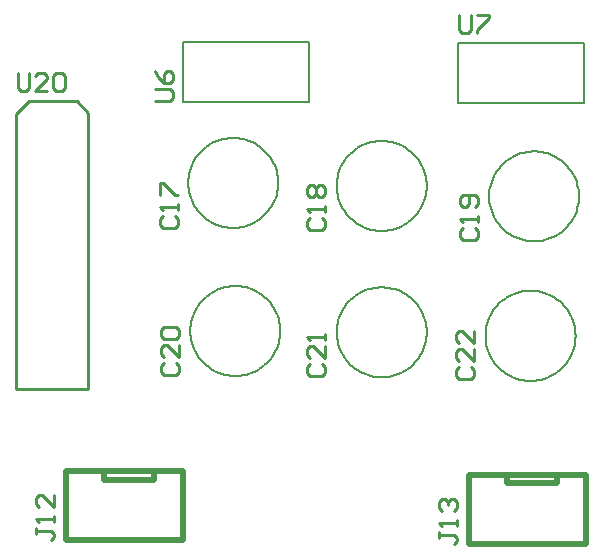
<source format=gto>
G04*
G04 #@! TF.GenerationSoftware,Altium Limited,Altium Designer,20.2.6 (244)*
G04*
G04 Layer_Color=65535*
%FSLAX25Y25*%
%MOIN*%
G70*
G04*
G04 #@! TF.SameCoordinates,E07979D3-0FA8-472C-B39E-0A4441D90CF7*
G04*
G04*
G04 #@! TF.FilePolarity,Positive*
G04*
G01*
G75*
%ADD10C,0.00787*%
%ADD11C,0.01000*%
%ADD12C,0.01968*%
D10*
X331142Y336417D02*
X331108Y337419D01*
X331008Y338417D01*
X330841Y339405D01*
X330609Y340380D01*
X330312Y341338D01*
X329952Y342273D01*
X329530Y343182D01*
X329048Y344062D01*
X328508Y344906D01*
X327914Y345714D01*
X327267Y346479D01*
X326570Y347200D01*
X325826Y347872D01*
X325039Y348493D01*
X324213Y349061D01*
X323351Y349572D01*
X322456Y350024D01*
X321533Y350415D01*
X320586Y350744D01*
X319619Y351009D01*
X318637Y351208D01*
X317643Y351342D01*
X316643Y351409D01*
X315640D01*
X314640Y351342D01*
X313647Y351208D01*
X312664Y351009D01*
X311698Y350744D01*
X310751Y350415D01*
X309828Y350024D01*
X308933Y349572D01*
X308070Y349061D01*
X307244Y348493D01*
X306457Y347872D01*
X305714Y347200D01*
X305017Y346479D01*
X304370Y345714D01*
X303775Y344906D01*
X303236Y344062D01*
X302754Y343182D01*
X302332Y342273D01*
X301972Y341338D01*
X301675Y340380D01*
X301442Y339405D01*
X301276Y338417D01*
X301175Y337419D01*
X301142Y336417D01*
X301175Y335415D01*
X301276Y334418D01*
X301442Y333430D01*
X301675Y332454D01*
X301972Y331497D01*
X302332Y330561D01*
X302754Y329652D01*
X303236Y328773D01*
X303775Y327928D01*
X304370Y327121D01*
X305017Y326356D01*
X305714Y325635D01*
X306457Y324962D01*
X307244Y324341D01*
X308070Y323774D01*
X308933Y323263D01*
X309828Y322811D01*
X310751Y322420D01*
X311698Y322091D01*
X312664Y321826D01*
X313647Y321626D01*
X314640Y321493D01*
X315640Y321426D01*
X316643D01*
X317643Y321493D01*
X318637Y321626D01*
X319619Y321826D01*
X320586Y322091D01*
X321533Y322420D01*
X322456Y322811D01*
X323350Y323263D01*
X324213Y323774D01*
X325039Y324341D01*
X325826Y324962D01*
X326570Y325635D01*
X327267Y326356D01*
X327914Y327121D01*
X328508Y327928D01*
X329048Y328773D01*
X329530Y329652D01*
X329952Y330561D01*
X330312Y331497D01*
X330609Y332454D01*
X330841Y333430D01*
X331008Y334418D01*
X331108Y335415D01*
X331142Y336417D01*
X281535Y337598D02*
X281502Y338600D01*
X281402Y339598D01*
X281235Y340586D01*
X281002Y341561D01*
X280705Y342519D01*
X280345Y343454D01*
X279923Y344364D01*
X279441Y345243D01*
X278902Y346088D01*
X278307Y346895D01*
X277660Y347660D01*
X276963Y348381D01*
X276220Y349053D01*
X275433Y349675D01*
X274607Y350242D01*
X273744Y350753D01*
X272849Y351205D01*
X271926Y351596D01*
X270980Y351925D01*
X270013Y352190D01*
X269030Y352390D01*
X268037Y352523D01*
X267037Y352590D01*
X266034D01*
X265034Y352523D01*
X264040Y352390D01*
X263058Y352190D01*
X262091Y351925D01*
X261144Y351596D01*
X260221Y351205D01*
X259327Y350753D01*
X258464Y350242D01*
X257638Y349675D01*
X256851Y349053D01*
X256107Y348381D01*
X255411Y347660D01*
X254763Y346895D01*
X254169Y346088D01*
X253629Y345243D01*
X253148Y344364D01*
X252726Y343454D01*
X252365Y342519D01*
X252068Y341561D01*
X251836Y340586D01*
X251669Y339598D01*
X251569Y338600D01*
X251535Y337598D01*
X251569Y336596D01*
X251669Y335599D01*
X251836Y334611D01*
X252068Y333635D01*
X252365Y332678D01*
X252726Y331743D01*
X253148Y330833D01*
X253629Y329954D01*
X254169Y329109D01*
X254764Y328302D01*
X255411Y327537D01*
X256107Y326816D01*
X256851Y326144D01*
X257638Y325522D01*
X258464Y324955D01*
X259327Y324444D01*
X260221Y323992D01*
X261144Y323601D01*
X262091Y323272D01*
X263058Y323007D01*
X264040Y322807D01*
X265034Y322674D01*
X266034Y322607D01*
X267037D01*
X268037Y322674D01*
X269030Y322807D01*
X270013Y323007D01*
X270980Y323272D01*
X271926Y323601D01*
X272849Y323992D01*
X273744Y324444D01*
X274607Y324955D01*
X275433Y325522D01*
X276220Y326144D01*
X276963Y326816D01*
X277660Y327537D01*
X278307Y328302D01*
X278902Y329109D01*
X279441Y329954D01*
X279923Y330833D01*
X280345Y331743D01*
X280705Y332678D01*
X281002Y333635D01*
X281235Y334611D01*
X281402Y335599D01*
X281502Y336596D01*
X281535Y337598D01*
X232716Y337992D02*
X232683Y338994D01*
X232583Y339991D01*
X232416Y340980D01*
X232184Y341955D01*
X231887Y342913D01*
X231526Y343848D01*
X231104Y344757D01*
X230623Y345636D01*
X230083Y346481D01*
X229488Y347288D01*
X228841Y348054D01*
X228144Y348775D01*
X227401Y349447D01*
X226614Y350068D01*
X225788Y350636D01*
X224925Y351146D01*
X224031Y351599D01*
X223108Y351990D01*
X222161Y352319D01*
X221194Y352584D01*
X220212Y352783D01*
X219218Y352917D01*
X218218Y352984D01*
X217215D01*
X216215Y352917D01*
X215222Y352783D01*
X214239Y352584D01*
X213272Y352319D01*
X212325Y351990D01*
X211403Y351599D01*
X210508Y351146D01*
X209645Y350636D01*
X208819Y350068D01*
X208032Y349447D01*
X207289Y348775D01*
X206592Y348054D01*
X205944Y347288D01*
X205350Y346481D01*
X204811Y345636D01*
X204329Y344757D01*
X203907Y343848D01*
X203547Y342913D01*
X203250Y341955D01*
X203017Y340980D01*
X202850Y339991D01*
X202750Y338994D01*
X202716Y337992D01*
X202750Y336990D01*
X202850Y335993D01*
X203017Y335004D01*
X203250Y334029D01*
X203547Y333072D01*
X203907Y332136D01*
X204329Y331227D01*
X204811Y330348D01*
X205350Y329503D01*
X205945Y328696D01*
X206592Y327930D01*
X207289Y327210D01*
X208032Y326537D01*
X208819Y325916D01*
X209645Y325349D01*
X210508Y324838D01*
X211403Y324386D01*
X212325Y323994D01*
X213272Y323666D01*
X214239Y323401D01*
X215222Y323201D01*
X216215Y323067D01*
X217215Y323001D01*
X218218D01*
X219218Y323067D01*
X220212Y323201D01*
X221194Y323401D01*
X222161Y323666D01*
X223108Y323994D01*
X224030Y324386D01*
X224925Y324838D01*
X225788Y325349D01*
X226614Y325916D01*
X227401Y326537D01*
X228144Y327210D01*
X228841Y327930D01*
X229488Y328696D01*
X230083Y329503D01*
X230623Y330348D01*
X231104Y331227D01*
X231526Y332136D01*
X231887Y333072D01*
X232184Y334029D01*
X232416Y335004D01*
X232583Y335993D01*
X232683Y336990D01*
X232716Y337992D01*
X332323Y382874D02*
X332289Y383876D01*
X332189Y384873D01*
X332022Y385862D01*
X331790Y386837D01*
X331493Y387794D01*
X331133Y388730D01*
X330711Y389639D01*
X330229Y390518D01*
X329689Y391363D01*
X329095Y392170D01*
X328448Y392936D01*
X327751Y393656D01*
X327007Y394329D01*
X326220Y394950D01*
X325394Y395517D01*
X324532Y396028D01*
X323637Y396480D01*
X322714Y396872D01*
X321767Y397201D01*
X320800Y397465D01*
X319818Y397665D01*
X318824Y397799D01*
X317824Y397866D01*
X316822D01*
X315821Y397799D01*
X314828Y397665D01*
X313845Y397465D01*
X312879Y397201D01*
X311932Y396872D01*
X311009Y396480D01*
X310114Y396028D01*
X309252Y395517D01*
X308425Y394950D01*
X307638Y394329D01*
X306895Y393656D01*
X306198Y392936D01*
X305551Y392170D01*
X304956Y391363D01*
X304417Y390518D01*
X303935Y389639D01*
X303513Y388730D01*
X303153Y387794D01*
X302856Y386837D01*
X302623Y385862D01*
X302457Y384873D01*
X302356Y383876D01*
X302323Y382874D01*
X302356Y381872D01*
X302457Y380875D01*
X302623Y379886D01*
X302856Y378911D01*
X303153Y377954D01*
X303513Y377018D01*
X303935Y376109D01*
X304417Y375230D01*
X304956Y374385D01*
X305551Y373578D01*
X306198Y372812D01*
X306895Y372092D01*
X307638Y371419D01*
X308425Y370798D01*
X309252Y370231D01*
X310114Y369720D01*
X311009Y369268D01*
X311932Y368876D01*
X312879Y368548D01*
X313845Y368283D01*
X314828Y368083D01*
X315821Y367949D01*
X316822Y367882D01*
X317824D01*
X318824Y367949D01*
X319818Y368083D01*
X320800Y368283D01*
X321767Y368548D01*
X322714Y368876D01*
X323637Y369268D01*
X324532Y369720D01*
X325394Y370231D01*
X326220Y370798D01*
X327007Y371419D01*
X327751Y372092D01*
X328448Y372812D01*
X329095Y373578D01*
X329689Y374385D01*
X330229Y375230D01*
X330711Y376109D01*
X331133Y377018D01*
X331493Y377954D01*
X331790Y378911D01*
X332022Y379886D01*
X332189Y380875D01*
X332289Y381872D01*
X332323Y382874D01*
X281500Y386390D02*
X281467Y387392D01*
X281366Y388389D01*
X281199Y389378D01*
X280967Y390353D01*
X280670Y391310D01*
X280310Y392246D01*
X279888Y393155D01*
X279406Y394034D01*
X278867Y394879D01*
X278272Y395686D01*
X277625Y396451D01*
X276928Y397172D01*
X276184Y397845D01*
X275398Y398466D01*
X274571Y399033D01*
X273709Y399544D01*
X272814Y399996D01*
X271891Y400387D01*
X270944Y400716D01*
X269977Y400981D01*
X268995Y401181D01*
X268001Y401314D01*
X267001Y401381D01*
X265999D01*
X264999Y401314D01*
X264005Y401181D01*
X263023Y400981D01*
X262056Y400716D01*
X261109Y400387D01*
X260186Y399996D01*
X259291Y399544D01*
X258429Y399033D01*
X257602Y398466D01*
X256816Y397845D01*
X256072Y397172D01*
X255375Y396451D01*
X254728Y395686D01*
X254133Y394879D01*
X253594Y394034D01*
X253112Y393155D01*
X252690Y392246D01*
X252330Y391310D01*
X252033Y390353D01*
X251801Y389377D01*
X251634Y388389D01*
X251534Y387392D01*
X251500Y386390D01*
X251534Y385388D01*
X251634Y384390D01*
X251801Y383402D01*
X252033Y382427D01*
X252330Y381469D01*
X252690Y380534D01*
X253112Y379625D01*
X253594Y378746D01*
X254133Y377901D01*
X254728Y377094D01*
X255375Y376328D01*
X256072Y375607D01*
X256816Y374935D01*
X257602Y374314D01*
X258429Y373746D01*
X259291Y373236D01*
X260186Y372783D01*
X261109Y372392D01*
X262056Y372063D01*
X263023Y371798D01*
X264005Y371599D01*
X264999Y371465D01*
X265999Y371398D01*
X267001D01*
X268001Y371465D01*
X268995Y371599D01*
X269977Y371798D01*
X270944Y372063D01*
X271891Y372392D01*
X272814Y372783D01*
X273709Y373236D01*
X274571Y373746D01*
X275398Y374314D01*
X276184Y374935D01*
X276928Y375607D01*
X277625Y376328D01*
X278272Y377094D01*
X278867Y377901D01*
X279406Y378746D01*
X279888Y379625D01*
X280310Y380534D01*
X280670Y381469D01*
X280967Y382427D01*
X281199Y383402D01*
X281366Y384390D01*
X281467Y385388D01*
X281500Y386390D01*
X232000Y387390D02*
X231966Y388392D01*
X231866Y389389D01*
X231699Y390378D01*
X231467Y391353D01*
X231170Y392310D01*
X230810Y393246D01*
X230388Y394155D01*
X229906Y395034D01*
X229367Y395879D01*
X228772Y396686D01*
X228125Y397451D01*
X227428Y398172D01*
X226684Y398845D01*
X225898Y399466D01*
X225071Y400033D01*
X224209Y400544D01*
X223314Y400996D01*
X222391Y401388D01*
X221444Y401716D01*
X220477Y401981D01*
X219495Y402181D01*
X218501Y402314D01*
X217501Y402381D01*
X216499D01*
X215499Y402314D01*
X214505Y402181D01*
X213523Y401981D01*
X212556Y401716D01*
X211609Y401388D01*
X210686Y400996D01*
X209791Y400544D01*
X208929Y400033D01*
X208102Y399466D01*
X207316Y398845D01*
X206572Y398172D01*
X205875Y397451D01*
X205228Y396686D01*
X204633Y395879D01*
X204094Y395034D01*
X203612Y394155D01*
X203190Y393246D01*
X202830Y392310D01*
X202533Y391353D01*
X202301Y390378D01*
X202134Y389389D01*
X202033Y388392D01*
X202000Y387390D01*
X202033Y386388D01*
X202134Y385390D01*
X202301Y384402D01*
X202533Y383427D01*
X202830Y382469D01*
X203190Y381534D01*
X203612Y380625D01*
X204094Y379746D01*
X204633Y378901D01*
X205228Y378094D01*
X205875Y377328D01*
X206572Y376607D01*
X207316Y375935D01*
X208102Y375314D01*
X208929Y374746D01*
X209791Y374236D01*
X210686Y373783D01*
X211609Y373392D01*
X212556Y373063D01*
X213523Y372798D01*
X214505Y372599D01*
X215499Y372465D01*
X216499Y372398D01*
X217501D01*
X218501Y372465D01*
X219495Y372599D01*
X220477Y372798D01*
X221444Y373063D01*
X222391Y373392D01*
X223314Y373783D01*
X224209Y374236D01*
X225071Y374746D01*
X225898Y375314D01*
X226684Y375935D01*
X227428Y376607D01*
X228125Y377328D01*
X228772Y378094D01*
X229367Y378901D01*
X229906Y379746D01*
X230388Y380625D01*
X230810Y381534D01*
X231170Y382469D01*
X231467Y383427D01*
X231699Y384402D01*
X231866Y385390D01*
X231966Y386388D01*
X232000Y387390D01*
X291831Y413878D02*
X333858D01*
Y434055D01*
X291831D02*
X333858D01*
X291831Y413878D02*
Y434055D01*
X200390Y414224D02*
X242417D01*
Y434402D01*
X200390D02*
X242417D01*
X200390Y414224D02*
Y434402D01*
D11*
X168701Y318602D02*
Y410728D01*
X164862Y414567D02*
X168701Y410728D01*
X148819Y414567D02*
X164862D01*
X144587Y318602D02*
Y410335D01*
X148819Y414567D01*
X144587Y318602D02*
X168701D01*
X145130Y424073D02*
Y419075D01*
X146130Y418075D01*
X148129D01*
X149129Y419075D01*
Y424073D01*
X155127Y418075D02*
X151128D01*
X155127Y422074D01*
Y423073D01*
X154127Y424073D01*
X152128D01*
X151128Y423073D01*
X157126D02*
X158126Y424073D01*
X160126D01*
X161125Y423073D01*
Y419075D01*
X160126Y418075D01*
X158126D01*
X157126Y419075D01*
Y423073D01*
X292300Y443398D02*
Y438400D01*
X293300Y437400D01*
X295299D01*
X296299Y438400D01*
Y443398D01*
X298298D02*
X302297D01*
Y442398D01*
X298298Y438400D01*
Y437400D01*
X190867Y414850D02*
X195865D01*
X196865Y415850D01*
Y417849D01*
X195865Y418849D01*
X190867D01*
Y424847D02*
X191867Y422847D01*
X193866Y420848D01*
X195865D01*
X196865Y421848D01*
Y423847D01*
X195865Y424847D01*
X194866D01*
X193866Y423847D01*
Y420848D01*
X285664Y271057D02*
Y269058D01*
Y270058D01*
X290662D01*
X291662Y269058D01*
Y268058D01*
X290662Y267059D01*
X291662Y273057D02*
Y275056D01*
Y274056D01*
X285664D01*
X286663Y273057D01*
Y278055D02*
X285664Y279055D01*
Y281054D01*
X286663Y282054D01*
X287663D01*
X288663Y281054D01*
Y280054D01*
Y281054D01*
X289663Y282054D01*
X290662D01*
X291662Y281054D01*
Y279055D01*
X290662Y278055D01*
X151412Y272238D02*
Y270239D01*
Y271239D01*
X156410D01*
X157410Y270239D01*
Y269239D01*
X156410Y268240D01*
X157410Y274238D02*
Y276237D01*
Y275237D01*
X151412D01*
X152411Y274238D01*
X157410Y283235D02*
Y279236D01*
X153411Y283235D01*
X152411D01*
X151412Y282235D01*
Y280236D01*
X152411Y279236D01*
X292393Y325876D02*
X291394Y324877D01*
Y322877D01*
X292393Y321878D01*
X296392D01*
X297392Y322877D01*
Y324877D01*
X296392Y325876D01*
X297392Y331874D02*
Y327876D01*
X293393Y331874D01*
X292393D01*
X291394Y330875D01*
Y328875D01*
X292393Y327876D01*
X297392Y337872D02*
Y333874D01*
X293393Y337872D01*
X292393D01*
X291394Y336873D01*
Y334873D01*
X292393Y333874D01*
X242787Y327057D02*
X241787Y326058D01*
Y324058D01*
X242787Y323059D01*
X246786D01*
X247785Y324058D01*
Y326058D01*
X246786Y327057D01*
X247785Y333055D02*
Y329057D01*
X243787Y333055D01*
X242787D01*
X241787Y332056D01*
Y330056D01*
X242787Y329057D01*
X247785Y335055D02*
Y337054D01*
Y336054D01*
X241787D01*
X242787Y335055D01*
X193968Y327451D02*
X192968Y326451D01*
Y324452D01*
X193968Y323452D01*
X197967D01*
X198967Y324452D01*
Y326451D01*
X197967Y327451D01*
X198967Y333449D02*
Y329450D01*
X194968Y333449D01*
X193968D01*
X192968Y332449D01*
Y330450D01*
X193968Y329450D01*
Y335449D02*
X192968Y336448D01*
Y338447D01*
X193968Y339447D01*
X197967D01*
X198967Y338447D01*
Y336448D01*
X197967Y335449D01*
X193968D01*
X293574Y372333D02*
X292575Y371333D01*
Y369334D01*
X293574Y368334D01*
X297573D01*
X298573Y369334D01*
Y371333D01*
X297573Y372333D01*
X298573Y374332D02*
Y376332D01*
Y375332D01*
X292575D01*
X293574Y374332D01*
X297573Y379331D02*
X298573Y380330D01*
Y382330D01*
X297573Y383329D01*
X293574D01*
X292575Y382330D01*
Y380330D01*
X293574Y379331D01*
X294574D01*
X295574Y380330D01*
Y383329D01*
X242752Y375849D02*
X241752Y374849D01*
Y372850D01*
X242752Y371850D01*
X246750D01*
X247750Y372850D01*
Y374849D01*
X246750Y375849D01*
X247750Y377848D02*
Y379847D01*
Y378848D01*
X241752D01*
X242752Y377848D01*
Y382846D02*
X241752Y383846D01*
Y385845D01*
X242752Y386845D01*
X243751D01*
X244751Y385845D01*
X245751Y386845D01*
X246750D01*
X247750Y385845D01*
Y383846D01*
X246750Y382846D01*
X245751D01*
X244751Y383846D01*
X243751Y382846D01*
X242752D01*
X244751Y383846D02*
Y385845D01*
X193502Y376278D02*
X192502Y375279D01*
Y373279D01*
X193502Y372280D01*
X197500D01*
X198500Y373279D01*
Y375279D01*
X197500Y376278D01*
X198500Y378278D02*
Y380277D01*
Y379277D01*
X192502D01*
X193502Y378278D01*
X192502Y383276D02*
Y387275D01*
X193502D01*
X197500Y383276D01*
X198500D01*
D12*
X324508Y289764D02*
X324902D01*
Y287205D02*
Y289764D01*
X308169Y287205D02*
X324902D01*
X308169D02*
Y289961D01*
X295669Y267323D02*
Y290059D01*
X334646D01*
Y267126D02*
Y290059D01*
X295669Y267126D02*
X334646D01*
X295669D02*
Y267323D01*
X161417Y268307D02*
Y268504D01*
Y268307D02*
X200394D01*
Y291240D01*
X161417D02*
X200394D01*
X161417Y268504D02*
Y291240D01*
X173917Y288386D02*
Y291142D01*
Y288386D02*
X190650D01*
Y290945D01*
X190256D02*
X190650D01*
M02*

</source>
